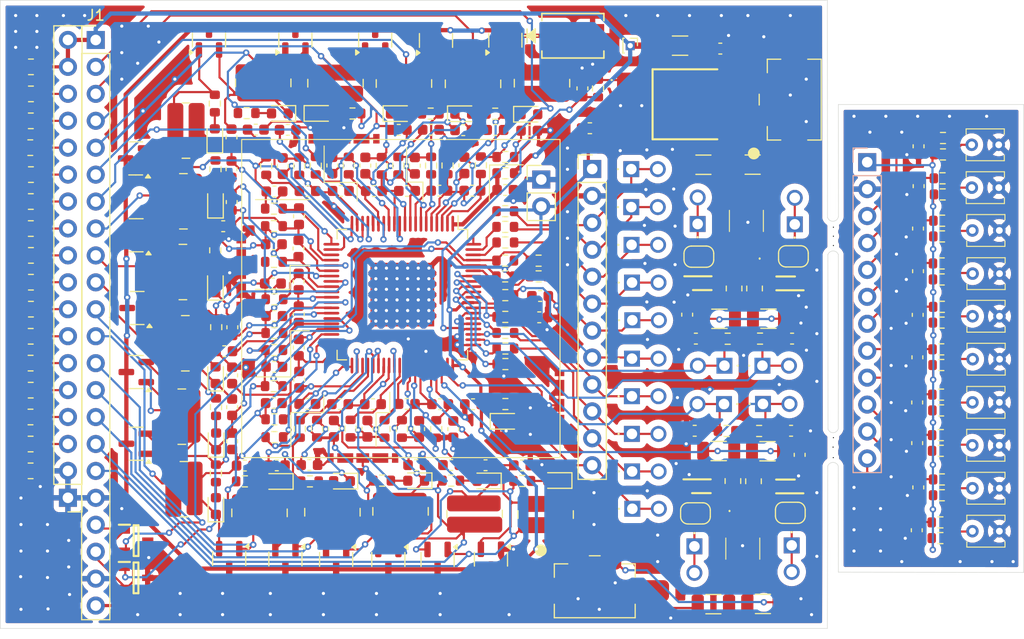
<source format=kicad_pcb>
(kicad_pcb
	(version 20240108)
	(generator "pcbnew")
	(generator_version "8.0")
	(general
		(thickness 1.6)
		(legacy_teardrops no)
	)
	(paper "A4")
	(layers
		(0 "F.Cu" signal)
		(1 "In1.Cu" signal)
		(2 "In2.Cu" signal)
		(31 "B.Cu" signal)
		(32 "B.Adhes" user "B.Adhesive")
		(33 "F.Adhes" user "F.Adhesive")
		(34 "B.Paste" user)
		(35 "F.Paste" user)
		(36 "B.SilkS" user "B.Silkscreen")
		(37 "F.SilkS" user "F.Silkscreen")
		(38 "B.Mask" user)
		(39 "F.Mask" user)
		(40 "Dwgs.User" user "User.Drawings")
		(41 "Cmts.User" user "User.Comments")
		(42 "Eco1.User" user "User.Eco1")
		(43 "Eco2.User" user "User.Eco2")
		(44 "Edge.Cuts" user)
		(45 "Margin" user)
		(46 "B.CrtYd" user "B.Courtyard")
		(47 "F.CrtYd" user "F.Courtyard")
		(48 "B.Fab" user)
		(49 "F.Fab" user)
		(50 "User.1" user)
		(51 "User.2" user)
		(52 "User.3" user)
		(53 "User.4" user)
		(54 "User.5" user)
		(55 "User.6" user)
		(56 "User.7" user)
		(57 "User.8" user)
		(58 "User.9" user)
	)
	(setup
		(stackup
			(layer "F.SilkS"
				(type "Top Silk Screen")
			)
			(layer "F.Paste"
				(type "Top Solder Paste")
			)
			(layer "F.Mask"
				(type "Top Solder Mask")
				(thickness 0.01)
			)
			(layer "F.Cu"
				(type "copper")
				(thickness 0.035)
			)
			(layer "dielectric 1"
				(type "prepreg")
				(thickness 0.1)
				(material "FR4")
				(epsilon_r 4.5)
				(loss_tangent 0.02)
			)
			(layer "In1.Cu"
				(type "copper")
				(thickness 0.035)
			)
			(layer "dielectric 2"
				(type "core")
				(thickness 1.24)
				(material "FR4")
				(epsilon_r 4.5)
				(loss_tangent 0.02)
			)
			(layer "In2.Cu"
				(type "copper")
				(thickness 0.035)
			)
			(layer "dielectric 3"
				(type "prepreg")
				(thickness 0.1)
				(material "FR4")
				(epsilon_r 4.5)
				(loss_tangent 0.02)
			)
			(layer "B.Cu"
				(type "copper")
				(thickness 0.035)
			)
			(layer "B.Mask"
				(type "Bottom Solder Mask")
				(thickness 0.01)
			)
			(layer "B.Paste"
				(type "Bottom Solder Paste")
			)
			(layer "B.SilkS"
				(type "Bottom Silk Screen")
			)
			(copper_finish "None")
			(dielectric_constraints no)
		)
		(pad_to_mask_clearance 0)
		(allow_soldermask_bridges_in_footprints no)
		(pcbplotparams
			(layerselection 0x00010fc_ffffffff)
			(plot_on_all_layers_selection 0x0000000_00000000)
			(disableapertmacros no)
			(usegerberextensions no)
			(usegerberattributes yes)
			(usegerberadvancedattributes yes)
			(creategerberjobfile yes)
			(dashed_line_dash_ratio 12.000000)
			(dashed_line_gap_ratio 3.000000)
			(svgprecision 4)
			(plotframeref no)
			(viasonmask no)
			(mode 1)
			(useauxorigin no)
			(hpglpennumber 1)
			(hpglpenspeed 20)
			(hpglpendiameter 15.000000)
			(pdf_front_fp_property_popups yes)
			(pdf_back_fp_property_popups yes)
			(dxfpolygonmode yes)
			(dxfimperialunits yes)
			(dxfusepcbnewfont yes)
			(psnegative no)
			(psa4output no)
			(plotreference yes)
			(plotvalue yes)
			(plotfptext yes)
			(plotinvisibletext no)
			(sketchpadsonfab no)
			(subtractmaskfromsilk no)
			(outputformat 1)
			(mirror no)
			(drillshape 0)
			(scaleselection 1)
			(outputdirectory "gerber/")
		)
	)
	(net 0 "")
	(net 1 "/FilterBalancingNetwork/CB")
	(net 2 "/FilterBalancingNetwork/CB:A")
	(net 3 "/FilterBalancingNetwork/CA")
	(net 4 "/Cell 15{slash}16")
	(net 5 "/S16P")
	(net 6 "/Cell 15{slash}14")
	(net 7 "/S15P")
	(net 8 "/FilterBalancingNetwork1/CB:A")
	(net 9 "/FilterBalancingNetwork1/CB")
	(net 10 "/FilterBalancingNetwork1/CA")
	(net 11 "/Cell 14{slash}13")
	(net 12 "/S14P")
	(net 13 "/Cell 13{slash}12")
	(net 14 "/S13P")
	(net 15 "/FilterBalancingNetwork2/CB:A")
	(net 16 "/FilterBalancingNetwork2/CB")
	(net 17 "/FilterBalancingNetwork2/CA")
	(net 18 "/Cell 12{slash}11")
	(net 19 "/S12P")
	(net 20 "/S11P")
	(net 21 "/Cell 11{slash}10")
	(net 22 "/FilterBalancingNetwork3/CB:A")
	(net 23 "/FilterBalancingNetwork3/CB")
	(net 24 "/FilterBalancingNetwork3/CA")
	(net 25 "/S10P")
	(net 26 "/Cell 10{slash}9")
	(net 27 "/S9P")
	(net 28 "/Cell 9{slash}8")
	(net 29 "/FilterBalancingNetwork4/CB:A")
	(net 30 "/FilterBalancingNetwork4/CB")
	(net 31 "/FilterBalancingNetwork4/CA")
	(net 32 "/S8P")
	(net 33 "/Cell 8{slash}7")
	(net 34 "/Cell 7{slash}6")
	(net 35 "/S7P")
	(net 36 "/FilterBalancingNetwork5/CB:A")
	(net 37 "/FilterBalancingNetwork5/CB")
	(net 38 "/FilterBalancingNetwork5/CA")
	(net 39 "/S6P")
	(net 40 "/Cell 6{slash}5")
	(net 41 "/Cell 5{slash}4")
	(net 42 "/S5P")
	(net 43 "/FilterBalancingNetwork6/CB")
	(net 44 "/FilterBalancingNetwork6/CB:A")
	(net 45 "/FilterBalancingNetwork6/CA")
	(net 46 "/S4P")
	(net 47 "/Cell 4{slash}3")
	(net 48 "/S3P")
	(net 49 "/FilterBalancingNetwork7/CB:A")
	(net 50 "/FilterBalancingNetwork7/CB")
	(net 51 "/FilterBalancingNetwork7/CA")
	(net 52 "/S2P")
	(net 53 "GND")
	(net 54 "/S1P")
	(net 55 "Net-(U1-V+)")
	(net 56 "Net-(U1-DRIVE)")
	(net 57 "Net-(U1-VREF1)")
	(net 58 "+5V")
	(net 59 "Net-(Q1-C)")
	(net 60 "Net-(U1-VREF2)")
	(net 61 "Net-(U1-IPB)")
	(net 62 "Net-(U1-CSB(IMA))")
	(net 63 "Net-(U1-IMB)")
	(net 64 "Net-(U1-SCK(IPA))")
	(net 65 "Net-(C11-Pad2)")
	(net 66 "Net-(C12-Pad2)")
	(net 67 "Net-(J10-Pin_2)")
	(net 68 "Net-(J10-Pin_1)")
	(net 69 "Net-(J11-Pin_2)")
	(net 70 "Clamp")
	(net 71 "Net-(J11-Pin_1)")
	(net 72 "Net-(D4-A2)")
	(net 73 "Net-(D5-A2)")
	(net 74 "Net-(D6-A2)")
	(net 75 "Net-(D7-A2)")
	(net 76 "Net-(D18-A)")
	(net 77 "Net-(D21-A)")
	(net 78 "Net-(D22-A)")
	(net 79 "Net-(D8-A)")
	(net 80 "Net-(D9-A)")
	(net 81 "Net-(D10-A)")
	(net 82 "Net-(D25-A)")
	(net 83 "Net-(D26-A)")
	(net 84 "Net-(D13-A)")
	(net 85 "Net-(D14-A)")
	(net 86 "Net-(D29-A)")
	(net 87 "Net-(D30-A)")
	(net 88 "Net-(D17-A)")
	(net 89 "Net-(Q1-E)")
	(net 90 "Net-(Q1-B)")
	(net 91 "VBUS")
	(net 92 "Net-(D33-A)")
	(net 93 "Net-(D34-A)")
	(net 94 "Net-(D37-A)")
	(net 95 "Net-(D38-A)")
	(net 96 "Net-(J5-Pin_9)")
	(net 97 "Net-(J5-Pin_8)")
	(net 98 "/TMP_SDA")
	(net 99 "Net-(J5-Pin_3)")
	(net 100 "/TMP_SCL")
	(net 101 "Net-(J5-Pin_4)")
	(net 102 "Net-(J5-Pin_10)")
	(net 103 "Net-(J5-Pin_5)")
	(net 104 "Net-(J5-Pin_7)")
	(net 105 "Net-(J5-Pin_6)")
	(net 106 "Net-(U1-GPIO1)")
	(net 107 "Net-(U1-GPIO2)")
	(net 108 "Net-(U1-GPIO3)")
	(net 109 "Net-(U1-GPIO6)")
	(net 110 "Net-(U1-GPIO7)")
	(net 111 "Net-(U1-GPIO8)")
	(net 112 "Net-(U1-GPIO9)")
	(net 113 "Net-(U1-GPIO10)")
	(net 114 "Net-(R87-Pad2)")
	(net 115 "/NTC/V_out_1")
	(net 116 "/NTC/V_out_5")
	(net 117 "/NTC/V_out_2")
	(net 118 "/NTC/V_out_6")
	(net 119 "/NTC/V_out_3")
	(net 120 "/NTC/V_out_7")
	(net 121 "/NTC/V_out_4")
	(net 122 "/NTC/V_out_8")
	(net 123 "/NTC/V_out_9")
	(net 124 "/NTC/V_out_10")
	(net 125 "Net-(JP4-B)")
	(net 126 "Net-(JP1-B)")
	(net 127 "Net-(JP3-B)")
	(net 128 "Net-(JP2-B)")
	(net 129 "Net-(JP4-A)")
	(net 130 "Net-(JP1-A)")
	(net 131 "Net-(JP2-A)")
	(net 132 "Net-(JP3-A)")
	(net 133 "Net-(R85-Pad2)")
	(net 134 "Net-(R86-Pad2)")
	(net 135 "Net-(R88-Pad2)")
	(net 136 "Net-(R93-Pad2)")
	(net 137 "Net-(R95-Pad2)")
	(net 138 "Net-(R94-Pad2)")
	(net 139 "Net-(R102-Pad2)")
	(net 140 "Net-(R100-Pad1)")
	(net 141 "Net-(R101-Pad2)")
	(net 142 "unconnected-(U1-NC-Pad66)")
	(net 143 "GND1")
	(net 144 "+5V_NTC")
	(net 145 "Net-(J5-Pin_11)")
	(net 146 "Net-(J5-Pin_12)")
	(net 147 "Net-(R105-Pad1)")
	(net 148 "/C 3{slash}2")
	(net 149 "/Cell 3{slash}2")
	(net 150 "/Cell 2{slash}1")
	(net 151 "/C 5{slash}4")
	(net 152 "/C 7{slash}6")
	(net 153 "/C 13{slash}12")
	(net 154 "/C 14{slash}13")
	(net 155 "/C 11{slash}10")
	(net 156 "/C 15{slash}14")
	(net 157 "/C 4{slash}3")
	(net 158 "/C 9{slash}8")
	(net 159 "/C 6{slash}5")
	(net 160 "/C 8{slash}7")
	(net 161 "/C 12{slash}11")
	(net 162 "/C 15{slash}16")
	(net 163 "/C 10{slash}9")
	(net 164 "/Cell 16")
	(footprint "Resistor_SMD:R_0603_1608Metric" (layer "F.Cu") (at 112.27 75.8 -90))
	(footprint "Resistor_SMD:R_0805_2012Metric" (layer "F.Cu") (at 161.2 93.24 90))
	(footprint "Resistor_SMD:R_0805_2012Metric" (layer "F.Cu") (at 94.91 110.44))
	(footprint "Capacitor_SMD:C_0603_1608Metric" (layer "F.Cu") (at 167.38 108.93 90))
	(footprint "Capacitor_SMD:C_0603_1608Metric" (layer "F.Cu") (at 178.585 79.83 -90))
	(footprint "Connector_PinHeader_2.54mm:PinHeader_1x22_P2.54mm_Vertical" (layer "F.Cu") (at 101.0475 69.805))
	(footprint "Resistor_SMD:R_0603_1608Metric" (layer "F.Cu") (at 117.88 105.58))
	(footprint "Resistor_SMD:R_1206_3216Metric" (layer "F.Cu") (at 156.11 70.34))
	(footprint "Slave:5025" (layer "F.Cu") (at 151.57 103.405))
	(footprint "Slave:Balancing" (layer "F.Cu") (at 122.8 114.34 90))
	(footprint "LED_SMD:LED_0603_1608Metric" (layer "F.Cu") (at 139.71 105.77))
	(footprint "Slave:SMBJ75A-13-F" (layer "F.Cu") (at 146.01 69.41))
	(footprint "Capacitor_SMD:C_0603_1608Metric" (layer "F.Cu") (at 178.535 91.61 -90))
	(footprint "Slave:5025" (layer "F.Cu") (at 160.29 100.52 180))
	(footprint "Capacitor_SMD:C_0603_1608Metric" (layer "F.Cu") (at 130.38 84.04 180))
	(footprint "Resistor_SMD:R_0603_1608Metric" (layer "F.Cu") (at 124.89 81.65 -90))
	(footprint "Slave:Balancing" (layer "F.Cu") (at 115.93 114.4 90))
	(footprint "Slave:5025" (layer "F.Cu") (at 151.59 110.495))
	(footprint "Slave:5025" (layer "F.Cu") (at 151.54 89.125))
	(footprint "Package_TO_SOT_SMD:SOT-23" (layer "F.Cu") (at 133.11 69.85 90))
	(footprint "Resistor_SMD:R_0805_2012Metric" (layer "F.Cu") (at 94.93 87.59))
	(footprint "Resistor_SMD:R_0603_1608Metric" (layer "F.Cu") (at 180.885 79.05 180))
	(footprint "Resistor_SMD:R_0603_1608Metric" (layer "F.Cu") (at 117.89 94.26))
	(footprint "Resistor_SMD:R_0805_2012Metric" (layer "F.Cu") (at 94.92 102.83))
	(footprint "Slave:NTCLE203E3103JB0" (layer "F.Cu") (at 183.595 79.69))
	(footprint "Resistor_SMD:R_0603_1608Metric" (layer "F.Cu") (at 160.5 106.68))
	(footprint "Package_TO_SOT_SMD:SOT-23" (layer "F.Cu") (at 138.29 118.77 -90))
	(footprint "Resistor_SMD:R_0603_1608Metric" (layer "F.Cu") (at 139.64 95.92))
	(footprint "LED_SMD:LED_0603_1608Metric" (layer "F.Cu") (at 144.435001 111.349998 180))
	(footprint "Jumper:SolderJumper-2_P1.3mm_Open_RoundedPad1.0x1.5mm" (layer "F.Cu") (at 157.56 114.45 180))
	(footprint "Resistor_SMD:R_0603_1608Metric" (layer "F.Cu") (at 112.31 89.64 -90))
	(footprint "Resistor_SMD:R_0603_1608Metric" (layer "F.Cu") (at 139.64 85.95))
	(footprint "Inductor_SMD:L_0603_1608Metric" (layer "F.Cu") (at 147.61 78.13 180))
	(footprint "LED_SMD:LED_0603_1608Metric" (layer "F.Cu") (at 112.37 113.76 90))
	(footprint "Package_TO_SOT_SMD:SOT-23" (layer "F.Cu") (at 119.86 69.82 90))
	(footprint "Capacitor_SMD:C_0603_1608Metric" (layer "F.Cu") (at 127.26 84.05 180))
	(footprint "Resistor_SMD:R_0603_1608Metric" (layer "F.Cu") (at 112.33 81.99 -90))
	(footprint "Capacitor_SMD:C_0603_1608Metric" (layer "F.Cu") (at 113.06 87.37 180))
	(footprint "Capacitor_SMD:C_1206_3216Metric"
		(layer "F.Cu")
		(uuid "2a3e99d7-2a68-4a1d-ae24-47d06b1c5f10")
		(at 159.25 123.01 180)
		(descr "Capacitor SMD 1206 (3216 Metric), square (rectangular) end terminal, IPC_7351 nominal, (Body size source: IPC-SM-782 page 76, https://www.pcb-3d.com/wordpress/wp-content/uploads/ipc-sm-782a_amendment_1_and_2.pdf), generated with kicad-footprint-generator")
		(tags "capacitor")
		(property "Reference" "C16"
			(at 4.17 0 0)
			(layer "F.SilkS")
			(hide yes)
			(uuid "7c514406-5517-466c-844c-f341c6a18f30")
			(effects
				(font
					(size 1 1)
					(thickness 0.15)
				)
			)
		)
		(property "Value" "22n"
			(at 0 1.85 180)
			(layer "F.Fab")
			(hide yes)
			(uuid "8cdb4323-ad60-43d5-9fc5-079bbb749043")
			(effects
				(font
					(size 1 1)
					(thickness 0.15)
				)
			)
		)
		(property "Footprint" "Capacitor_SMD:C_1206_3216Metric"
			(at 0 0 180)
			(unlocked yes)
			(layer "F.Fab")
			(hide yes)
			(uuid "37cf3fd9-a1cc-40a3-8bb7-18a1cd1c198f")
			(effects
				(font
					(size 1.27 1.27)
				)
			)
		)
		(property "Datasheet" ""
			(at 0 0 180)
			(unlocked yes)
			(layer "F.Fab")
			(hide yes)
			(uuid "0dc87b42-64ce-4c72-b044-53674e14d305")
			(effects
				(font
					(size 1.27 1.27)
				)
			)
		)
		(property "Description" "Unpolarized capacitor"
			(at 0 0 180)
			(unlocked yes)
			(layer "F.Fab")
			(hide yes)
			(uuid "2f91a417-b08e-4e01-86df-aacd7b70dbd6")
			(effec
... [3061215 chars truncated]
</source>
